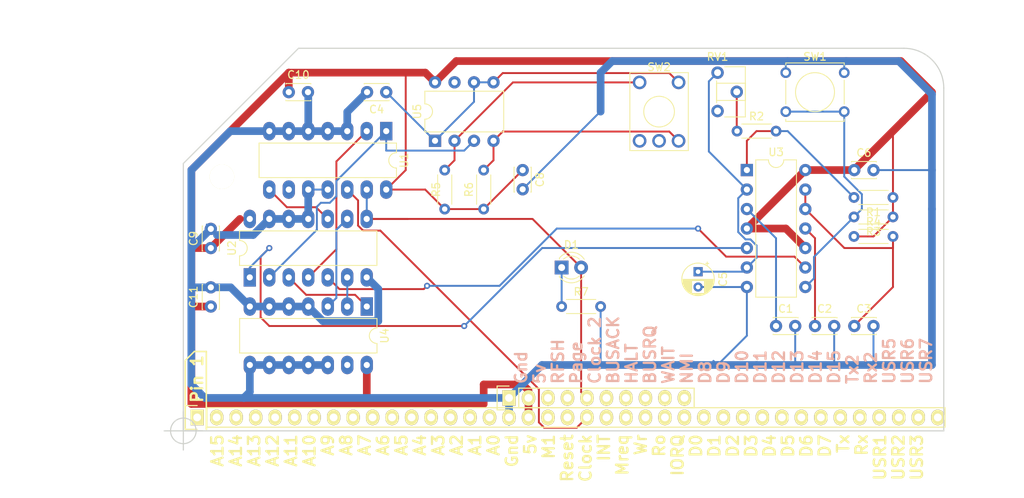
<source format=kicad_pcb>
(kicad_pcb (version 20211014) (generator pcbnew)
  (layers (0 "F.Cu" signal) (31 "B.Cu" signal) (34 "B.Paste" user) (35 "F.Paste" user) (36 "B.SilkS" user "B.Silkscreen") (37 "F.SilkS" user "F.Silkscreen") (38 "B.Mask" user) (39 "F.Mask" user) (44 "Edge.Cuts" user))
  (net 0 "")
  (net 1 "GND")
  (net 2 "VCC")
  (net 3 "/D0")
  (net 4 "/D1")
  (net 5 "/D2")
  (net 6 "/D3")
  (net 7 "/D4")
  (net 8 "/D5")
  (net 9 "/D6")
  (net 10 "/D7")
  (net 11 "Net-(Con1-Pad35)")
  (net 12 "Net-(Con1-Pad36)")
  (net 13 "Net-(Con1-Pad37)")
  (net 14 "Net-(Con1-Pad38)")
  (net 15 "Net-(Con1-Pad39)")
  (net 16 "/A15")
  (net 17 "/A14")
  (net 18 "/A13")
  (net 19 "/A12")
  (net 20 "/A11")
  (net 21 "/A10")
  (net 22 "/A9")
  (net 23 "/A8")
  (net 24 "/A7")
  (net 25 "/A6")
  (net 26 "/A5")
  (net 27 "/A4")
  (net 28 "/A3")
  (net 29 "/A2")
  (net 30 "/A1")
  (net 31 "/A0")
  (net 32 "M1")
  (net 33 "RESET")
  (net 34 "INT")
  (net 35 "MREQ")
  (net 36 "WR")
  (net 37 "RD")
  (net 38 "IOREQ")
  (net 39 "Net-(P2-Pad3)")
  (net 40 "Net-(P2-Pad4)")
  (net 41 "Net-(P2-Pad6)")
  (net 42 "Net-(P2-Pad7)")
  (net 43 "Net-(P2-Pad8)")
  (net 44 "Net-(P2-Pad9)")
  (net 45 "Net-(P2-Pad10)")
  (net 47 "Net-(R1-Pad2)")
  (net 48 "Net-(U2-Pad1)")
  (net 49 "Net-(U2-Pad5)")
  (net 50 "Net-(U2-Pad2)")
  (net 52 "Net-(R4-Pad2)")
  (net 53 "Net-(U5-Pad6)")
  (net 54 "Net-(U3-Pad6)")
  (net 55 "Net-(RV1-Pad2)")
  (net 56 "Net-(U2-Pad4)")
  (net 57 "Net-(U2-Pad10)")
  (net 58 "/HLT")
  (net 59 "/CLK")
  (net 60 "Net-(U2-Pad3)")
  (net 61 "Net-(U2-Pad6)")
  (net 62 "Net-(U2-Pad9)")
  (net 63 "Net-(U3-Pad3)")
  (net 64 "Net-(R3-Pad2)")
  (net 65 "Net-(U3-Pad11)")
  (net 67 "Net-(R5-Pad2)")
  (net 68 "Net-(R6-Pad2)")
  (net 69 "/Clock 2")
  (net 70 "Net-(D1-Pad1)")
  (footprint "Mounting_Holes:MountingHole_3.2mm_M3" (layer "F.Cu") (at 158.9278 120.2436)
    (fp_text reference "" hide)
    (fp_text value "" hide)
    (pad "" np_thru_hole circle locked (at 0 0) (size 3.2 3.2) (drill 3.2) (layers *.Cu *.Mask "F.SilkS"))
  )
  (footprint "Pin_Headers:Pin_Header_Straight_1x40" (layer "F.Cu") (at 155.702 151.6126 90)
    (fp_text reference "" hide)
    (fp_text value "" hide)
    (pad "1" thru_hole rect locked (at 0 0 90) (size 2.032 1.7272) (drill 1.016) (layers *.Cu *.Mask "F.SilkS") (net 16 "/A15"))
    (pad "2" thru_hole oval locked (at 0 2.54 90) (size 2.032 1.7272) (drill 1.016) (layers *.Cu *.Mask "F.SilkS") (net 17 "/A14"))
    (pad "3" thru_hole oval locked (at 0 5.08 90) (size 2.032 1.7272) (drill 1.016) (layers *.Cu *.Mask "F.SilkS") (net 18 "/A13"))
    (pad "4" thru_hole oval locked (at 0 7.62 90) (size 2.032 1.7272) (drill 1.016) (layers *.Cu *.Mask "F.SilkS") (net 19 "/A12"))
    (pad "5" thru_hole oval locked (at 0 10.16 90) (size 2.032 1.7272) (drill 1.016) (layers *.Cu *.Mask "F.SilkS") (net 20 "/A11"))
    (pad "6" thru_hole oval locked (at 0 12.7 90) (size 2.032 1.7272) (drill 1.016) (layers *.Cu *.Mask "F.SilkS") (net 21 "/A10"))
    (pad "7" thru_hole oval locked (at 0 15.24 90) (size 2.032 1.7272) (drill 1.016) (layers *.Cu *.Mask "F.SilkS") (net 22 "/A9"))
    (pad "8" thru_hole oval locked (at 0 17.78 90) (size 2.032 1.7272) (drill 1.016) (layers *.Cu *.Mask "F.SilkS") (net 23 "/A8"))
    (pad "9" thru_hole oval locked (at 0 20.32 90) (size 2.032 1.7272) (drill 1.016) (layers *.Cu *.Mask "F.SilkS") (net 24 "/A7"))
    (pad "10" thru_hole oval locked (at 0 22.86 90) (size 2.032 1.7272) (drill 1.016) (layers *.Cu *.Mask "F.SilkS") (net 25 "/A6"))
    (pad "11" thru_hole oval locked (at 0 25.4 90) (size 2.032 1.7272) (drill 1.016) (layers *.Cu *.Mask "F.SilkS") (net 26 "/A5"))
    (pad "12" thru_hole oval locked (at 0 27.94 90) (size 2.032 1.7272) (drill 1.016) (layers *.Cu *.Mask "F.SilkS") (net 27 "/A4"))
    (pad "13" thru_hole oval locked (at 0 30.48 90) (size 2.032 1.7272) (drill 1.016) (layers *.Cu *.Mask "F.SilkS") (net 28 "/A3"))
    (pad "14" thru_hole oval locked (at 0 33.02 90) (size 2.032 1.7272) (drill 1.016) (layers *.Cu *.Mask "F.SilkS") (net 29 "/A2"))
    (pad "15" thru_hole oval locked (at 0 35.56 90) (size 2.032 1.7272) (drill 1.016) (layers *.Cu *.Mask "F.SilkS") (net 30 "/A1"))
    (pad "16" thru_hole oval locked (at 0 38.1 90) (size 2.032 1.7272) (drill 1.016) (layers *.Cu *.Mask "F.SilkS") (net 31 "/A0"))
    (pad "17" thru_hole oval locked (at 0 40.64 90) (size 2.032 1.7272) (drill 1.016) (layers *.Cu *.Mask "F.SilkS") (net 1 "GND"))
    (pad "18" thru_hole oval locked (at 0 43.18 90) (size 2.032 1.7272) (drill 1.016) (layers *.Cu *.Mask "F.SilkS") (net 2 "VCC"))
    (pad "19" thru_hole oval locked (at 0 45.72 90) (size 2.032 1.7272) (drill 1.016) (layers *.Cu *.Mask "F.SilkS") (net 32 "M1"))
    (pad "20" thru_hole oval locked (at 0 48.26 90) (size 2.032 1.7272) (drill 1.016) (layers *.Cu *.Mask "F.SilkS") (net 33 "RESET"))
    (pad "21" thru_hole oval locked (at 0 50.8 90) (size 2.032 1.7272) (drill 1.016) (layers *.Cu *.Mask "F.SilkS") (net 59 "/CLK"))
    (pad "22" thru_hole oval locked (at 0 53.34 90) (size 2.032 1.7272) (drill 1.016) (layers *.Cu *.Mask "F.SilkS") (net 34 "INT"))
    (pad "23" thru_hole oval locked (at 0 55.88 90) (size 2.032 1.7272) (drill 1.016) (layers *.Cu *.Mask "F.SilkS") (net 35 "MREQ"))
    (pad "24" thru_hole oval locked (at 0 58.42 90) (size 2.032 1.7272) (drill 1.016) (layers *.Cu *.Mask "F.SilkS") (net 36 "WR"))
    (pad "25" thru_hole oval locked (at 0 60.96 90) (size 2.032 1.7272) (drill 1.016) (layers *.Cu *.Mask "F.SilkS") (net 37 "RD"))
    (pad "26" thru_hole oval locked (at 0 63.5 90) (size 2.032 1.7272) (drill 1.016) (layers *.Cu *.Mask "F.SilkS") (net 38 "IOREQ"))
    (pad "27" thru_hole oval locked (at 0 66.04 90) (size 2.032 1.7272) (drill 1.016) (layers *.Cu *.Mask "F.SilkS") (net 3 "/D0"))
    (pad "28" thru_hole oval locked (at 0 68.58 90) (size 2.032 1.7272) (drill 1.016) (layers *.Cu *.Mask "F.SilkS") (net 4 "/D1"))
    (pad "29" thru_hole oval locked (at 0 71.12 90) (size 2.032 1.7272) (drill 1.016) (layers *.Cu *.Mask "F.SilkS") (net 5 "/D2"))
    (pad "30" thru_hole oval locked (at 0 73.66 90) (size 2.032 1.7272) (drill 1.016) (layers *.Cu *.Mask "F.SilkS") (net 6 "/D3"))
    (pad "31" thru_hole oval locked (at 0 76.2 90) (size 2.032 1.7272) (drill 1.016) (layers *.Cu *.Mask "F.SilkS") (net 7 "/D4"))
    (pad "32" thru_hole oval locked (at 0 78.74 90) (size 2.032 1.7272) (drill 1.016) (layers *.Cu *.Mask "F.SilkS") (net 8 "/D5"))
    (pad "33" thru_hole oval locked (at 0 81.28 90) (size 2.032 1.7272) (drill 1.016) (layers *.Cu *.Mask "F.SilkS") (net 9 "/D6"))
    (pad "34" thru_hole oval locked (at 0 83.82 90) (size 2.032 1.7272) (drill 1.016) (layers *.Cu *.Mask "F.SilkS") (net 10 "/D7"))
    (pad "35" thru_hole oval locked (at 0 86.36 90) (size 2.032 1.7272) (drill 1.016) (layers *.Cu *.Mask "F.SilkS") (net 11 "Net-(Con1-Pad35)"))
    (pad "36" thru_hole oval locked (at 0 88.9 90) (size 2.032 1.7272) (drill 1.016) (layers *.Cu *.Mask "F.SilkS") (net 12 "Net-(Con1-Pad36)"))
    (pad "37" thru_hole oval locked (at 0 91.44 90) (size 2.032 1.7272) (drill 1.016) (layers *.Cu *.Mask "F.SilkS") (net 13 "Net-(Con1-Pad37)"))
    (pad "38" thru_hole oval locked (at 0 93.98 90) (size 2.032 1.7272) (drill 1.016) (layers *.Cu *.Mask "F.SilkS") (net 14 "Net-(Con1-Pad38)"))
    (pad "39" thru_hole oval locked (at 0 96.52 90) (size 2.032 1.7272) (drill 1.016) (layers *.Cu *.Mask "F.SilkS") (net 15 "Net-(Con1-Pad39)"))
  )
  (footprint "Pin_Headers:Pin_Header_Straight_1x10" (layer "F.Cu") (at 196.342 149.0726 90)
    (fp_text reference "" hide)
    (fp_text value "" hide)
    (pad "1" thru_hole rect locked (at 0 0 90) (size 2.032 1.7272) (drill 1.016) (layers *.Cu *.Mask "F.SilkS") (net 1 "GND"))
    (pad "2" thru_hole oval locked (at 0 2.54 90) (size 2.032 1.7272) (drill 1.016) (layers *.Cu *.Mask "F.SilkS") (net 2 "VCC"))
    (pad "3" thru_hole oval locked (at 0 5.08 90) (size 2.032 1.7272) (drill 1.016) (layers *.Cu *.Mask "F.SilkS") (net 39 "Net-(P2-Pad3)"))
    (pad "4" thru_hole oval locked (at 0 7.62 90) (size 2.032 1.7272) (drill 1.016) (layers *.Cu *.Mask "F.SilkS") (net 40 "Net-(P2-Pad4)"))
    (pad "5" thru_hole oval locked (at 0 10.16 90) (size 2.032 1.7272) (drill 1.016) (layers *.Cu *.Mask "F.SilkS") (net 69 "/Clock 2"))
    (pad "6" thru_hole oval locked (at 0 12.7 90) (size 2.032 1.7272) (drill 1.016) (layers *.Cu *.Mask "F.SilkS") (net 41 "Net-(P2-Pad6)"))
    (pad "7" thru_hole oval locked (at 0 15.24 90) (size 2.032 1.7272) (drill 1.016) (layers *.Cu *.Mask "F.SilkS") (net 42 "Net-(P2-Pad7)"))
    (pad "8" thru_hole oval locked (at 0 17.78 90) (size 2.032 1.7272) (drill 1.016) (layers *.Cu *.Mask "F.SilkS") (net 43 "Net-(P2-Pad8)"))
    (pad "9" thru_hole oval locked (at 0 20.32 90) (size 2.032 1.7272) (drill 1.016) (layers *.Cu *.Mask "F.SilkS") (net 44 "Net-(P2-Pad9)"))
    (pad "10" thru_hole oval locked (at 0 22.86 90) (size 2.032 1.7272) (drill 1.016) (layers *.Cu *.Mask "F.SilkS") (net 45 "Net-(P2-Pad10)"))
  )
  (footprint "Package_DIP:DIP-14_W7.62mm_LongPads" (layer "F.Cu") (at 162.555 133.365 90)
    (fp_text reference "U2" (at 3.81 -2.33 90) (layer "F.SilkS"))
    (fp_text value "74LS08")
    (pad "1" thru_hole rect (at 0 0 90) (size 2.4 1.6) (drill 0.8) (layers *.Cu *.Mask) (net 48 "Net-(U2-Pad1)"))
    (pad "2" thru_hole oval (at 0 2.54 90) (size 2.4 1.6) (drill 0.8) (layers *.Cu *.Mask) (net 50 "Net-(U2-Pad2)"))
    (pad "3" thru_hole oval (at 0 5.08 90) (size 2.4 1.6) (drill 0.8) (layers *.Cu *.Mask) (net 60 "Net-(U2-Pad3)"))
    (pad "4" thru_hole oval (at 0 7.62 90) (size 2.4 1.6) (drill 0.8) (layers *.Cu *.Mask) (net 56 "Net-(U2-Pad4)"))
    (pad "5" thru_hole oval (at 0 10.16 90) (size 2.4 1.6) (drill 0.8) (layers *.Cu *.Mask) (net 49 "Net-(U2-Pad5)"))
    (pad "6" thru_hole oval (at 0 12.7 90) (size 2.4 1.6) (drill 0.8) (layers *.Cu *.Mask) (net 61 "Net-(U2-Pad6)"))
    (pad "7" thru_hole oval (at 0 15.24 90) (size 2.4 1.6) (drill 0.8) (layers *.Cu *.Mask) (net 1 "GND"))
    (pad "8" thru_hole oval (at 7.62 15.24 90) (size 2.4 1.6) (drill 0.8) (layers *.Cu *.Mask) (net 69 "/Clock 2"))
    (pad "9" thru_hole oval (at 7.62 12.7 90) (size 2.4 1.6) (drill 0.8) (layers *.Cu *.Mask) (net 62 "Net-(U2-Pad9)"))
    (pad "10" thru_hole oval (at 7.62 10.16 90) (size 2.4 1.6) (drill 0.8) (layers *.Cu *.Mask) (net 57 "Net-(U2-Pad10)"))
    (pad "11" thru_hole oval (at 7.62 7.62 90) (size 2.4 1.6) (drill 0.8) (layers *.Cu *.Mask) (net 1 "GND"))
    (pad "12" thru_hole oval (at 7.62 5.08 90) (size 2.4 1.6) (drill 0.8) (layers *.Cu *.Mask) (net 1 "GND"))
    (pad "13" thru_hole oval (at 7.62 2.54 90) (size 2.4 1.6) (drill 0.8) (layers *.Cu *.Mask) (net 1 "GND"))
    (pad "14" thru_hole oval (at 7.62 0 90) (size 2.4 1.6) (drill 0.8) (layers *.Cu *.Mask) (net 2 "VCC"))
  )
  (footprint "Button_Switch_THT:KSA_Tactile_SPST" (layer "F.Cu") (at 213.36 107.95)
    (fp_text reference "SW2" (at 2.54 -2) (layer "F.SilkS"))
    (fp_text value "SW_SPDT")
    (pad "1" thru_hole circle (at 0 0) (size 1.778 1.778) (drill 1.143) (layers *.Cu *.Mask) (net 67 "Net-(R5-Pad2)"))
    (pad "2" thru_hole circle (at 5.08 0) (size 1.778 1.778) (drill 1.143) (layers *.Cu *.Mask) (net 53 "Net-(U5-Pad6)"))
    (pad "3" thru_hole circle (at 5.08 7.62) (size 1.778 1.778) (drill 1.143) (layers *.Cu *.Mask) (net 68 "Net-(R6-Pad2)"))
    (pad "4" thru_hole circle (at 2.54 7.62) (size 1.778 1.778) (drill 1.143) (layers *.Cu *.Mask))
    (pad "5" thru_hole circle (at 0 7.62) (size 1.778 1.778) (drill 1.143) (layers *.Cu *.Mask))
  )
  (footprint "Package_DIP:DIP-14_W7.62mm" (layer "F.Cu") (at 227.34 119.375)
    (fp_text reference "U3" (at 3.81 -2.33) (layer "F.SilkS"))
    (fp_text value "LM556")
    (pad "1" thru_hole rect (at 0 0) (size 1.6 1.6) (drill 0.8) (layers *.Cu *.Mask) (net 47 "Net-(R1-Pad2)"))
    (pad "2" thru_hole oval (at 0 2.54) (size 1.6 1.6) (drill 0.8) (layers *.Cu *.Mask) (net 54 "Net-(U3-Pad6)"))
    (pad "3" thru_hole oval (at 0 5.08) (size 1.6 1.6) (drill 0.8) (layers *.Cu *.Mask) (net 63 "Net-(U3-Pad3)"))
    (pad "4" thru_hole oval (at 0 7.62) (size 1.6 1.6) (drill 0.8) (layers *.Cu *.Mask) (net 2 "VCC"))
    (pad "5" thru_hole oval (at 0 10.16) (size 1.6 1.6) (drill 0.8) (layers *.Cu *.Mask) (net 48 "Net-(U2-Pad1)"))
    (pad "6" thru_hole oval (at 0 12.7) (size 1.6 1.6) (drill 0.8) (layers *.Cu *.Mask) (net 54 "Net-(U3-Pad6)"))
    (pad "7" thru_hole oval (at 0 15.24) (size 1.6 1.6) (drill 0.8) (layers *.Cu *.Mask) (net 1 "GND"))
    (pad "8" thru_hole oval (at 7.62 15.24) (size 1.6 1.6) (drill 0.8) (layers *.Cu *.Mask) (net 64 "Net-(R3-Pad2)"))
    (pad "9" thru_hole oval (at 7.62 12.7) (size 1.6 1.6) (drill 0.8) (layers *.Cu *.Mask) (net 49 "Net-(U2-Pad5)"))
    (pad "10" thru_hole oval (at 7.62 10.16) (size 1.6 1.6) (drill 0.8) (layers *.Cu *.Mask) (net 2 "VCC"))
    (pad "11" thru_hole oval (at 7.62 7.62) (size 1.6 1.6) (drill 0.8) (layers *.Cu *.Mask) (net 65 "Net-(U3-Pad11)"))
    (pad "12" thru_hole oval (at 7.62 5.08) (size 1.6 1.6) (drill 0.8) (layers *.Cu *.Mask) (net 52 "Net-(R4-Pad2)"))
    (pad "13" thru_hole oval (at 7.62 2.54) (size 1.6 1.6) (drill 0.8) (layers *.Cu *.Mask) (net 52 "Net-(R4-Pad2)"))
    (pad "14" thru_hole oval (at 7.62 0) (size 1.6 1.6) (drill 0.8) (layers *.Cu *.Mask) (net 2 "VCC"))
  )
  (footprint "Capacitor_THT:C_Disc_D3.0mm_W2.0mm_P2.50mm" (layer "F.Cu") (at 157.48 137.16 90)
    (fp_text reference "C11" (at 1.25 -2.25 90) (layer "F.SilkS"))
    (fp_text value ".1uF")
    (pad "1" thru_hole circle (at 0 0 90) (size 1.6 1.6) (drill 0.8) (layers *.Cu *.Mask) (net 2 "VCC"))
    (pad "2" thru_hole circle (at 2.5 0 90) (size 1.6 1.6) (drill 0.8) (layers *.Cu *.Mask) (net 1 "GND"))
  )
  (footprint "Package_DIP:DIP-8_W7.62mm" (layer "F.Cu") (at 186.7 115.56 90)
    (fp_text reference "U5" (at 3.81 -2.33 90) (layer "F.SilkS"))
    (fp_text value "LM555xN")
    (pad "1" thru_hole rect (at 0 0 90) (size 1.6 1.6) (drill 0.8) (layers *.Cu *.Mask) (net 53 "Net-(U5-Pad6)"))
    (pad "2" thru_hole oval (at 0 2.54 90) (size 1.6 1.6) (drill 0.8) (layers *.Cu *.Mask) (net 67 "Net-(R5-Pad2)"))
    (pad "3" thru_hole oval (at 0 5.08 90) (size 1.6 1.6) (drill 0.8) (layers *.Cu *.Mask) (net 50 "Net-(U2-Pad2)"))
    (pad "4" thru_hole oval (at 0 7.62 90) (size 1.6 1.6) (drill 0.8) (layers *.Cu *.Mask) (net 68 "Net-(R6-Pad2)"))
    (pad "5" thru_hole oval (at 7.62 7.62 90) (size 1.6 1.6) (drill 0.8) (layers *.Cu *.Mask) (net 53 "Net-(U5-Pad6)"))
    (pad "6" thru_hole oval (at 7.62 5.08 90) (size 1.6 1.6) (drill 0.8) (layers *.Cu *.Mask) (net 53 "Net-(U5-Pad6)"))
    (pad "7" thru_hole oval (at 7.62 2.54 90) (size 1.6 1.6) (drill 0.8) (layers *.Cu *.Mask))
    (pad "8" thru_hole oval (at 7.62 0 90) (size 1.6 1.6) (drill 0.8) (layers *.Cu *.Mask) (net 2 "VCC"))
  )
  (footprint "Capacitor_THT:C_Disc_D3.0mm_W2.0mm_P2.50mm" (layer "F.Cu") (at 157.48 129.54 90)
    (fp_text reference "C9" (at 1.25 -2.25 90) (layer "F.SilkS"))
    (fp_text value ".1uF")
    (pad "1" thru_hole circle (at 0 0 90) (size 1.6 1.6) (drill 0.8) (layers *.Cu *.Mask) (net 2 "VCC"))
    (pad "2" thru_hole circle (at 2.5 0 90) (size 1.6 1.6) (drill 0.8) (layers *.Cu *.Mask) (net 1 "GND"))
  )
  (footprint "Capacitor_THT:C_Disc_D3.0mm_W2.0mm_P2.50mm" (layer "F.Cu") (at 231.14 139.7)
    (fp_text reference "C1" (at 1.25 -2.25) (layer "F.SilkS"))
    (fp_text value "0.01uf")
    (pad "1" thru_hole circle (at 0 0) (size 1.6 1.6) (drill 0.8) (layers *.Cu *.Mask) (net 63 "Net-(U3-Pad3)"))
    (pad "2" thru_hole circle (at 2.5 0) (size 1.6 1.6) (drill 0.8) (layers *.Cu *.Mask) (net 1 "GND"))
  )
  (footprint "Capacitor_THT:C_Disc_D3.0mm_W2.0mm_P2.50mm" (layer "F.Cu") (at 241.34 119.38)
    (fp_text reference "C6" (at 1.25 -2.25) (layer "F.SilkS"))
    (fp_text value ".1uF")
    (pad "1" thru_hole circle (at 0 0) (size 1.6 1.6) (drill 0.8) (layers *.Cu *.Mask) (net 2 "VCC"))
    (pad "2" thru_hole circle (at 2.5 0) (size 1.6 1.6) (drill 0.8) (layers *.Cu *.Mask) (net 1 "GND"))
  )
  (footprint "Capacitor_THT:C_Disc_D3.0mm_W2.0mm_P2.50mm" (layer "F.Cu") (at 236.22 139.7)
    (fp_text reference "C2" (at 1.25 -2.25) (layer "F.SilkS"))
    (fp_text value "0,01uF")
    (pad "1" thru_hole circle (at 0 0) (size 1.6 1.6) (drill 0.8) (layers *.Cu *.Mask) (net 65 "Net-(U3-Pad11)"))
    (pad "2" thru_hole circle (at 2.5 0) (size 1.6 1.6) (drill 0.8) (layers *.Cu *.Mask) (net 1 "GND"))
  )
  (footprint "Capacitor_THT:CP_Radial_D4.0mm_P2.00mm" (layer "F.Cu") (at 220.98 132.62 -90)
    (fp_text reference "C5" (at 1 -3.25 90) (layer "F.SilkS"))
    (fp_text value "1uf")
    (pad "1" thru_hole rect (at 0 0 270) (size 1.2 1.2) (drill 0.6) (layers *.Cu *.Mask) (net 54 "Net-(U3-Pad6)"))
    (pad "2" thru_hole circle (at 2 0 270) (size 1.2 1.2) (drill 0.6) (layers *.Cu *.Mask) (net 1 "GND"))
  )
  (footprint "Resistor_THT:R_Axial_DIN0204_L3.6mm_D1.6mm_P5.08mm_Horizontal" (layer "F.Cu") (at 187.96 124.46 90)
    (fp_text reference "R5" (at 2.54 -1.12 90) (layer "F.SilkS"))
    (fp_text value "1K")
    (pad "1" thru_hole circle (at 0 0 90) (size 1.4 1.4) (drill 0.7) (layers *.Cu *.Mask) (net 2 "VCC"))
    (pad "2" thru_hole oval (at 5.08 0 90) (size 1.4 1.4) (drill 0.7) (layers *.Cu *.Mask) (net 67 "Net-(R5-Pad2)"))
  )
  (footprint "Potentiometer_THT:Potentiometer_ACP_CA6-H2,5_Horizontal" (layer "F.Cu") (at 223.52 106.68)
    (fp_text reference "RV1" (at 0 -2.06) (layer "F.SilkS"))
    (fp_text value "1M")
    (pad "1" thru_hole circle (at 0 0) (size 1.62 1.62) (drill 0.9) (layers *.Cu *.Mask) (net 54 "Net-(U3-Pad6)"))
    (pad "2" thru_hole circle (at 2.5 2.5) (size 1.62 1.62) (drill 0.9) (layers *.Cu *.Mask) (net 55 "Net-(RV1-Pad2)"))
    (pad "3" thru_hole circle (at 0 5) (size 1.62 1.62) (drill 0.9) (layers *.Cu *.Mask))
  )
  (footprint "Capacitor_THT:C_Disc_D3.0mm_W2.0mm_P2.50mm" (layer "F.Cu") (at 198.12 119.38 -90)
    (fp_text reference "C8" (at 1.25 -2.25 90) (layer "F.SilkS"))
    (fp_text value ".1uF")
    (pad "1" thru_hole circle (at 0 0 270) (size 1.6 1.6) (drill 0.8) (layers *.Cu *.Mask) (net 2 "VCC"))
    (pad "2" thru_hole circle (at 2.5 0 270) (size 1.6 1.6) (drill 0.8) (layers *.Cu *.Mask) (net 1 "GND"))
  )
  (footprint "Resistor_THT:R_Axial_DIN0204_L3.6mm_D1.6mm_P5.08mm_Horizontal" (layer "F.Cu") (at 226.06 114.3)
    (fp_text reference "R2" (at 2.54 -1.92) (layer "F.SilkS"))
    (fp_text value "1K")
    (pad "1" thru_hole circle (at 0 0) (size 1.4 1.4) (drill 0.7) (layers *.Cu *.Mask) (net 55 "Net-(RV1-Pad2)"))
    (pad "2" thru_hole oval (at 5.08 0) (size 1.4 1.4) (drill 0.7) (layers *.Cu *.Mask) (net 47 "Net-(R1-Pad2)"))
  )
  (footprint "Package_DIP:DIP-14_W7.62mm_LongPads" (layer "F.Cu") (at 180.34 114.3 -90)
    (fp_text reference "U1" (at 3.81 -2.33 90) (layer "F.SilkS"))
    (fp_text value "74LS04")
    (pad "1" thru_hole rect (at 0 0 270) (size 2.4 1.6) (drill 0.8) (layers *.Cu *.Mask) (net 50 "Net-(U2-Pad2)"))
    (pad "2" thru_hole oval (at 0 2.54 270) (size 2.4 1.6) (drill 0.8) (layers *.Cu *.Mask) (net 56 "Net-(U2-Pad4)"))
    (pad "3" thru_hole oval (at 0 5.08 270) (size 2.4 1.6) (drill 0.8) (layers *.Cu *.Mask) (net 1 "GND"))
    (pad "4" thru_hole oval (at 0 7.62 270) (size 2.4 1.6) (drill 0.8) (layers *.Cu *.Mask) (net 1 "GND"))
    (pad "5" thru_hole oval (at 0 10.16 270) (size 2.4 1.6) (drill 0.8) (layers *.Cu *.Mask) (net 1 "GND"))
    (pad "6" thru_hole oval (at 0 12.7 270) (size 2.4 1.6) (drill 0.8) (layers *.Cu *.Mask) (net 1 "GND"))
    (pad "7" thru_hole oval (at 0 15.24 270) (size 2.4 1.6) (drill 0.8) (layers *.Cu *.Mask) (net 1 "GND"))
    (pad "8" thru_hole oval (at 7.62 15.24 270) (size 2.4 1.6) (drill 0.8) (layers *.Cu *.Mask) (net 57 "Net-(U2-Pad10)"))
    (pad "9" thru_hole oval (at 7.62 12.7 270) (size 2.4 1.6) (drill 0.8) (layers *.Cu *.Mask) (net 58 "/HLT"))
    (pad "10" thru_hole oval (at 7.62 10.16 270) (size 2.4 1.6) (drill 0.8) (layers *.Cu *.Mask) (net 1 "GND"))
    (pad "11" thru_hole oval (at 7.62 7.62 270) (size 2.4 1.6) (drill 0.8) (layers *.Cu *.Mask) (net 1 "GND"))
    (pad "12" thru_hole oval (at 7.62 5.08 270) (size 2.4 1.6) (drill 0.8) (layers *.Cu *.Mask) (net 59 "/CLK"))
    (pad "13" thru_hole oval (at 7.62 2.54 270) (size 2.4 1.6) (drill 0.8) (layers *.Cu *.Mask) (net 69 "/Clock 2"))
    (pad "14" thru_hole oval (at 7.62 0 270) (size 2.4 1.6) (drill 0.8) (layers *.Cu *.Mask) (net 2 "VCC"))
  )
  (footprint "Resistor_THT:R_Axial_DIN0204_L3.6mm_D1.6mm_P5.08mm_Horizontal" (layer "F.Cu") (at 246.38 125.484511 180)
    (fp_text reference "R3" (at 2.54 -1.92) (layer "F.SilkS"))
    (fp_text value "1k")
    (pad "1" thru_hole circle (at 0 0 180) (size 1.4 1.4) (drill 0.7) (layers *.Cu *.Mask) (net 2 "VCC"))
    (pad "2" thru_hole oval (at 5.08 0 180) (size 1.4 1.4) (drill 0.7) (layers *.Cu *.Mask) (net 64 "Net-(R3-Pad2)"))
  )
  (footprint "Resistor_THT:R_Axial_DIN0204_L3.6mm_D1.6mm_P5.08mm_Horizontal" (layer "F.Cu") (at 241.3 128.024511)
    (fp_text reference "R4" (at 2.54 -1.92) (layer "F.SilkS"))
    (fp_text value "1M")
    (pad "1" thru_hole circle (at 0 0) (size 1.4 1.4) (drill 0.7) (layers *.Cu *.Mask) (net 2 "VCC"))
    (pad "2" thru_hole oval (at 5.08 0) (size 1.4 1.4) (drill 0.7) (layers *.Cu *.Mask) (net 52 "Net-(R4-Pad2)"))
  )
  (footprint "Package_DIP:DIP-14_W7.62mm_LongPads" (layer "F.Cu") (at 177.805 137.16 -90)
    (fp_text reference "U4" (at 3.81 -2.33 90) (layer "F.SilkS"))
    (fp_text value "74LS32")
    (pad "1" thru_hole rect (at 0 0 270) (size 2.4 1.6) (drill 0.8) (layers *.Cu *.Mask) (net 60 "Net-(U2-Pad3)"))
    (pad "2" thru_hole oval (at 0 2.54 270) (size 2.4 1.6) (drill 0.8) (layers *.Cu *.Mask) (net 61 "Net-(U2-Pad6)"))
    (pad "3" thru_hole oval (at 0 5.08 270) (size 2.4 1.6) (drill 0.8) (layers *.Cu *.Mask) (net 62 "Net-(U2-Pad9)"))
    (pad "4" thru_hole oval (at 0 7.62 270) (size 2.4 1.6) (drill 0.8) (layers *.Cu *.Mask) (net 1 "GND"))
    (pad "5" thru_hole oval (at 0 10.16 270) (size 2.4 1.6) (drill 0.8) (layers *.Cu *.Mask) (net 1 "GND"))
    (pad "6" thru_hole oval (at 0 12.7 270) (size 2.4 1.6) (drill 0.8) (layers *.Cu *.Mask) (net 1 "GND"))
    (pad "7" thru_hole oval (at 0 15.24 270) (size 2.4 1.6) (drill 0.8) (layers *.Cu *.Mask) (net 1 "GND"))
    (pad "8" thru_hole oval (at 7.62 15.24 270) (size 2.4 1.6) (drill 0.8) (layers *.Cu *.Mask) (net 1 "GND"))
    (pad "9" thru_hole oval (at 7.62 12.7 270) (size 2.4 1.6) (drill 0.8) (layers *.Cu *.Mask) (net 1 "GND"))
    (pad "10" thru_hole oval (at 7.62 10.16 270) (size 2.4 1.6) (drill 0.8) (layers *.Cu *.Mask) (net 1 "GND"))
    (pad "11" thru_hole oval (at 7.62 7.62 270) (size 2.4 1.6) (drill 0.8) (layers *.Cu *.Mask) (net 1 "GND"))
    (pad "12" thru_hole oval (at 7.62 5.08 270) (size 2.4 1.6) (drill 0.8) (layers *.Cu *.Mask) (net 1 "GND"))
    (pad "13" thru_hole oval (at 7.62 2.54 270) (size 2.4 1.6) (drill 0.8) (layers *.Cu *.Mask))
    (pad "14" thru_hole oval (at 7.62 0 270) (size 2.4 1.6) (drill 0.8) (layers *.Cu *.Mask) (net 2 "VCC"))
  )
  (footprint "Resistor_THT:R_Axial_DIN0204_L3.6mm_D1.6mm_P5.08mm_Horizontal" (layer "F.Cu") (at 246.38 122.944511 180)
    (fp_text reference "R1" (at 2.54 -1.92) (layer "F.SilkS"))
    (fp_text value "1K")
    (pad "1" thru_hole circle (at 0 0 180) (size 1.4 1.4) (drill 0.7) (layers *.Cu *.Mask) (net 2 "VCC"))
    (pad "2" thru_hole oval (at 5.08 0 180) (size 1.4 1.4) (drill 0.7) (layers *.Cu *.Mask) (net 47 "Net-(R1-Pad2)"))
  )
  (footprint "Capacitor_THT:C_Disc_D3.0mm_W2.0mm_P2.50mm" (layer "F.Cu") (at 167.64 109.22)
    (fp_text reference "C10" (at 1.25 -2.25) (layer "F.SilkS"))
    (fp_text value ".1uF")
    (pad "1" thru_hole circle (at 0 0) (size 1.6 1.6) (drill 0.8) (layers *.Cu *.Mask) (net 2 "VCC"))
    (pad "2" thru_hole circle (at 2.5 0) (size 1.6 1.6) (drill 0.8) (layers *.Cu *.Mask) (net 1 "GND"))
  )
  (footprint "Resistor_THT:R_Axial_DIN0204_L3.6mm_D1.6mm_P5.08mm_Horizontal" (layer "F.Cu") (at 203.2 137.16)
    (fp_text reference "R7" (at 2.54 -1.92) (layer "F.SilkS"))
    (fp_text value "1K")
    (pad "1" thru_hole circle (at 0 0) (size 1.4 1.4) (drill 0.7) (layers *.Cu *.Mask) (net 70 "Net-(D1-Pad1)"))
    (pad "2" thru_hole oval (at 5.08 0) (size 1.4 1.4) (drill 0.7) (layers *.Cu *.Mask) (net 1 "GND"))
  )
  (footprint "Capacitor_THT:C_Disc_D3.0mm_W2.0mm_P2.50mm" (layer "F.Cu") (at 180.34 109.22 180)
    (fp_text reference "C4" (at 1.25 -2.25) (layer "F.SilkS"))
    (fp_text value "0.01uF")
    (pad "1" thru_hole circle (at 0 0 180) (size 1.6 1.6) (drill 0.8) (layers *.Cu *.Mask) (net 53 "Net-(U5-Pad6)"))
    (pad "2" thru_hole circle (at 2.5 0 180) (size 1.6 1.6) (drill 0.8) (layers *.Cu *.Mask) (net 1 "GND"))
  )
  (footprint "LED_THT:LED_D3.0mm" (layer "F.Cu") (at 203.2 132.08)
    (fp_text reference "D1" (at 1.27 -2.96) (layer "F.SilkS"))
    (fp_text value "LED Blue")
    (pad "1" thru_hole rect (at 0 0) (size 1.8 1.8) (drill 0.9) (layers *.Cu *.Mask) (net 70 "Net-(D1-Pad1)"))
    (pad "2" thru_hole circle (at 2.54 0) (size 1.8 1.8) (drill 0.9) (layers *.Cu *.Mask) (net 69 "/Clock 2"))
  )
  (footprint "Capacitor_THT:C_Disc_D3.0mm_W2.0mm_P2.50mm" (layer "F.Cu") (at 241.34 139.7)
    (fp_text reference "C3" (at 1.25 -2.25) (layer "F.SilkS"))
    (fp_text value "0.1uF")
    (pad "1" thru_hole circle (at 0 0) (size 1.6 1.6) (drill 0.8) (layers *.Cu *.Mask) (net 52 "Net-(R4-Pad2)"))
    (pad "2" thru_hole circle (at 2.5 0) (size 1.6 1.6) (drill 0.8) (layers *.Cu *.Mask) (net 1 "GND"))
  )
  (footprint "Button_Switch_THT:SW_Tactile_Straight_KSA0Axx1LFTR" (layer "F.Cu") (at 232.41 106.68)
    (fp_text reference "SW1" (at 3.81 -2.08) (layer "F.SilkS"))
    (fp_text value "SW_Push")
    (pad "1" thru_hole circle (at 7.62 0) (size 1.397 1.397) (drill 0.8128) (layers *.Cu *.Mask) (net 1 "GND"))
    (pad "1" thru_hole circle (at 0 0) (size 1.397 1.397) (drill 0.8128) (layers *.Cu *.Mask) (net 1 "GND"))
    (pad "2" thru_hole circle (at 7.62 5.08) (size 1.397 1.397) (drill 0.8128) (layers *.Cu *.Mask) (net 64 "Net-(R3-Pad2)"))
    (pad "2" thru_hole circle (at 0 5.08) (size 1.397 1.397) (drill 0.8128) (layers *.Cu *.Mask) (net 64 "Net-(R3-Pad2)"))
  )
  (footprint "Resistor_THT:R_Axial_DIN0204_L3.6mm_D1.6mm_P5.08mm_Horizontal" (layer "F.Cu") (at 193.04 124.46 90)
    (fp_text reference "R6" (at 2.54 -1.92 90) (layer "F.SilkS"))
    (fp_text value "1K")
    (pad "1" thru_hole circle (at 0 0 90) (size 1.4 1.4) (drill 0.7) (layers *.Cu *.Mask) (net 2 "VCC"))
    (pad "2" thru_hole oval (at 5.08 0 90) (size 1.4 1.4) (drill 0.7) (layers *.Cu *.Mask) (net 68 "Net-(R6-Pad2)"))
  )
  (gr_line (start 156.8958 143.01978) (end 156.8958 153.13152) (layer "F.SilkS") (width 0.2))
  (gr_line (start 154.14498 144.20088) (end 155.32608 143.01978) (layer "F.SilkS") (width 0.2))
  (gr_line (start 154.14498 153.13152) (end 154.14498 144.20088) (layer "F.SilkS") (width 0.2))
  (gr_line (start 156.8958 153.13152) (end 156.93136 153.13152) (layer "F.SilkS") (width 0.2))
  (gr_line (start 155.32608 143.01978) (end 156.8958 143.01978) (layer "F.SilkS") (width 0.2))
  (gr_arc (start 247.8184 103.505) (mid 251.481213 105.022187) (end 252.9984 108.685) (layer "Edge.Cuts") (width 0.15))
  (gr_line (start 153.8986 153.3652) (end 253 153.3652) (layer "Edge.Cuts") (width 0.15))
  (gr_line (start 153.8986 118.5164) (end 153.8986 153.3652) (layer "Edge.Cuts") (width 0.15))
  (gr_line (start 247.8184 103.505) (end 168.91 103.505) (layer "Edge.Cuts") (width 0.15))
  (gr_line (start 253 108.685) (end 253 153.3652) (layer "Edge.Cuts") (width 0.15))
  (gr_line (start 168.91 103.505) (end 153.8986 118.5164) (layer "Edge.Cuts") (width 0.15))
  (gr_text "Gnd\n5v\nRFSH\nPage\nClock 2\nBUSACK\nHALT\nBUSRQ\nWAIT\nNMI\nD8\nD9\nD10\nD11\nD12\nD13\nD14\nD15\nTx2\nRx2\nUSR5\nUSR6\nUSR7" (at 224.30232 147.41144 90) (layer "B.SilkS") (effects (font (size 1.49 1.5) (thickness 0.3)) (justify left)))
  (gr_text "Pin 1" (at 155.68168 146.60118 90) (layer "F.SilkS") (effects (font (size 1.5 1.5) (thickness 0.3))))
  (gr_text "A15\nA14\nA13\nA12\nA11\nA10\nA9\nA8\nA7\nA6\nA5\nA4\nA3\nA2\nA1\nA0\nGnd\n5v\nM1\nReset\nClock\nINT\nMreq\nWr\nRo\nIORQ\nD0\nD1\nD2\nD3\nD4\nD5\nD6\nD7\nTx\nRx\nUSR1\nUSR2\nUSR3" (at 203.9112 153.6573 90) (layer "F.SilkS") (effects (font (size 1.49 1.5) (thickness 0.3)) (justify right)))
  (target plus (at 153.8986 153.3652) (size 5) (width 0.15) (layer "Edge.Cuts"))
  (segment (start 221.705 134.62) (end 220.98 134.62) (width 0.25) (layer "F.Cu") (net 1))
  (segment (start 251.46 124.46) (end 251.46 119.38) (width 1) (layer "B.Cu") (net 1))
  (segment (start 170.18 114.3) (end 170.18 109.26) (width 1) (layer "B.Cu") (net 1))
  (segment (start 157.48 134.66) (end 154.98 134.66) (width 1) (layer "B.Cu") (net 1))
  (segment (start 196.342 151.6126) (end 196.342 152.5738) (width 0.25) (layer "B.Cu") (net 1))
  (segment (start 228.6 144.78) (end 233.68 144.78) (width 1) (layer "B.Cu") (net 1))
  (segment (start 240.03 106.68) (end 240.03 105.41) (width 0.25) (layer "B.Cu") (net 1))
  (segment (start 233.68 144.78) (end 243.84 144.78) (width 1) (layer "B.Cu") (net 1))
  (segment (start 165.095 125.745) (end 170.175 125.745) (width 1) (layer "B.Cu") (net 1))
  (segment (start 165.1 114.3) (end 162.079005 114.3) (width 0.25) (layer "B.Cu") (net 1))
  (segment (start 179.304511 134.874511) (end 177.795 133.365) (width 1) (layer "B.Cu") (net 1))
  (segment (start 165.1 114.3) (end 175.26 114.3) (width 1) (layer "B.Cu") (net 1))
  (segment (start 156.6926 149.0726) (end 154.94 147.32) (width 1) (layer "B.Cu") (net 1))
  (segment (start 220.98 134.62) (end 227.335 134.62) (width 0.25) (layer "B.Cu") (net 1))
  (segment (start 154.98 134.66) (end 154.94 134.62) (width 0.25) (layer "B.Cu") (net 1))
  (segment (start 232.41 105.41) (end 232.649511 105.170489) (width 0.25) (layer "B.Cu") (net 1))
  (segment (start 154.94 129.58) (end 157.48 127.04) (width 1) (layer "B.Cu") (net 1))
  (segment (start 208.28 144.78) (end 223.52 144.78) (width 1) (layer "B.Cu") (net 1))
  (segment (start 208.28 137.16) (end 208.28 144.78) (width 0.25) (layer "B.Cu") (net 1))
  (segment (start 179.304511 139.059511) (end 179.304511 134.874511) (width 1) (layer "B.Cu") (net 1))
  (segment (start 170.175 121.925) (end 170.18 121.92) (width 0.25) (layer "B.Cu") (net 1))
  (segment (start 170.185 137.16) (end 172.084511 139.059511) (width 1) (layer "B.Cu") (net 1))
  (segment (start 160.065 134.66) (end 162.565 137.16) (width 1) (layer "B.Cu") (net 1))
  (segment (start 243.84 144.78) (end 251.46 144.78) (width 1) (layer "B.Cu") (net 1))
  (segment (start 162.565 144.78) (end 162.565 148.2802) (width 1) (layer "B.Cu") (net 1))
  (segment (start 243.84 139.7) (end 243.84 144.78) (width 0.25) (layer "B.Cu") (net 1))
  (segment (start 154.94 129.58) (end 154.94 119.38) (width 1) (layer "B.Cu") (net 1))
  (segment (start 198.12 121.88) (end 208.24 111.76) (width 0.25) (layer "B.Cu") (net 1))
  (segment (start 251.46 119.38) (end 251.46 109.497949) (width 1) (layer "B.Cu") (net 1))
  (segment (start 162.565 148.2802) (end 161.7726 149.0726) (width 1) (layer "B.Cu") (net 1))
  (segment (start 222.98 144.24) (end 223.52 144.78) (width 0.25) (layer "B.Cu") (net 1))
  (segment (start 172.084511 139.059511) (end 179.304511 139.059511) (width 1) (layer "B.Cu") (net 1))
  (segment (start 247.13254 105.170489) (end 240.269511 105.170489) (width 1) (layer "B.Cu") (net 1))
  (segment (start 227.335 134.62) (end 227.34 134.615) (width 0.25) (layer "B.Cu") (net 1))
  (segment (start 157.48 127.04) (end 158.279999 127.839999) (width 0.25) (layer "B.Cu") (net 1))
  (segment (start 209.789511 105.170489) (end 232.649511 105.170489) (width 1) (layer "B.Cu") (net 1))
  (segment (start 251.46 109.497949) (end 247.13254 105.170489) (width 1) (layer "B.Cu") (net 1))
  (segment (start 200.6346 144.78) (end 208.28 144.78) (width 1) (layer "B.Cu") (net 1))
  (segment (start 223.52 144.78) (end 228.6 144.78) (width 1) (layer "B.Cu") (net 1))
  (segment (start 233.64 144.74) (end 233.68 144.78) (width 0.25) (layer "B.Cu") (net 1))
  (segment (start 162.565 137.16) (end 170.185 137.16) (width 1) (layer "B.Cu") (net 1))
  (segment (start 154.94 119.38) (end 160.02 114.3) (width 1) (layer "B.Cu") (net 1))
  (segment (start 238.72 144.74) (end 238.76 144.78) (width 0.25) (layer "B.Cu") (net 1))
  (segment (start 196.342 149.0726) (end 200.6346 144.78) (width 1) (layer "B.Cu") (net 1))
  (segment (start 196.342 149.0726) (end 161.7726 149.0726) (width 1) (layer "B.Cu") (net 1))
  (segment (start 240.269511 105.170489) (end 232.649511 105.170489) (width 1) (layer "B.Cu") (net 1))
  (segment (start 160.02 114.3) (end 165.1 114.3) (width 1) (layer "B.Cu") (net 1))
  (segment (start 154.94 147.32) (end 154.94 129.58) (width 1) (layer "B.Cu") (net 1))
  (segment (start 196.342 149.0726) (end 196.342 151.6126) (width 1) (layer "B.Cu") (net 1))
  (segment (start 208.28 111.76) (end 208.28 106.68) (width 1) (layer "B.Cu") (net 1))
  (segment (start 162.565 144.78) (end 172.725 144.78) (width 1) (layer "B.Cu") (net 1))
  (segment (start 170.18 109.26) (end 170.14 109.22) (width 0.25) (layer "B.Cu") (net 1))
  (segment (start 158.279999 127.839999) (end 163.000001 127.839999) (width 1) (layer "B.Cu") (net 1))
  (segment (start 238.72 139.7) (end 238.72 144.74) (width 0.25) (layer "B.Cu") (net 1))
  (segment (start 233.64 139.7) (end 233.64 144.74) (width 0.25) (layer "B.Cu") (net 1))
  (segment (start 223.52 144.78) (end 227.34 140.96) (width 0.25) (layer "B.Cu") (net 1))
  (segment (start 243.84 119.38) (end 251.46 119.38) (width 0.25) (layer "B.Cu") (net 1))
  (segment (start 157.48 134.66) (end 160.065 134.66) (width 1) (layer "B.Cu") (net 1))
  (segment (start 170.175 125.745) (end 170.175 121.925) (width 1) (layer "B.Cu") (net 1))
  (segment (start 240.03 105.41) (end 240.269511 105.170489) (width 0.25) (layer "B.Cu") (net 1))
  (segment (start 175.26 114.3) (end 175.26 111.8) (width 1) (layer "B.Cu") (net 1))
  (segment (start 170.175 114.295) (end 170.18 114.3) (width 0.25) (layer "B.Cu") (net 1))
  (segment (start 156.953279 126.473279) (end 157.48 127) (width 0.25) (layer "B.Cu") (net 1))
  (segment (start 161.7726 149.0726) (end 156.6926 149.0726) (width 1) (layer "B.Cu") (net 1))
  (segment (start 170.18 121.92) (end 172.72 121.92) (width 0.25) (layer "B.Cu") (net 1))
  (segment (start 232.41 106.68) (end 232.41 105.41) (width 0.25) (layer "B.Cu") (net 1))
  (segment (start 163.000001 127.839999) (end 165.095 125.745) (width 1) (layer "B.Cu") (net 1))
  (segment (start 208.28 106.68) (end 209.789511 105.170489) (width 1) (layer "B.Cu") (net 1))
  (segment (start 175.26 111.8) (end 177.84 109.22) (width 1) (layer "B.Cu") (net 1))
  (segment (start 227.34 140.96) (end 227.34 134.615) (width 0.25) (layer "B.Cu") (net 1))
  (segment (start 238.76 144.78) (end 238.72 144.78) (width 0.25) (layer "B.Cu") (net 1))
  (segment (start 208.24 111.76) (end 208.28 111.76) (width 0.25) (layer "B.Cu") (net 1))
  (segment (start 228.56 144.74) (end 228.6 144.78) (width 0.25) (layer "B.Cu") (net 1))
  (segment (start 251.46 144.78) (end 251.46 124.46) (width 1) (layer "B.Cu") (net 1))
  (segment (start 167.64 106.68) (end 167.64 109.22) (width 1) (layer "F.Cu") (net 2))
  (segment (start 198.882 149.0726) (end 198.882 151.6126) (width 1) (layer "F.Cu") (net 2))
  (segment (start 241.295 119.375) (end 234.96 119.375) (width 1) (layer "F.Cu") (net 2))
  (segment (start 227.34 126.995) (end 232.42 126.995) (width 1) (layer "F.Cu") (net 2))
  (segment (start 182.88 119.38) (end 182.88 106.68) (width 0.25) (layer "F.Cu") (net 2))
  (segment (start 198.12 147.32) (end 193.04 147.32) (width 1) (layer "F.Cu") (net 2))
  (segment (start 180.34 121.92) (end 185.42 121.92) (width 0.25) (layer "F.Cu") (net 2))
  (segment (start 185.42 121.92) (end 187.96 124.46) (width 0.25) (layer "F.Cu") (net 2))
  (segment (start 232.42 126.995) (end 234.96 129.535) (width 1) (layer "F.Cu") (net 2))
  (segment (start 157.48 137.16) (end 154.94 137.16) (width 1) (layer "F.Cu") (net 2))
  (segment (start 167.64 106.68) (end 185.44 106.68) (width 1) (layer "F.Cu") (net 2))
  (segment (start 186.7 107.94) (end 189.469511 105.170489) (width 1) (layer "F.Cu") (net 2))
  (segment (start 185.44 106.68) (end 186.7 107.94) (width 1) (layer "F.Cu") (net 2))
  (segment (start 234.96 119.375) (end 227.34 126.995) (width 1) (layer "F.Cu") (net 2))
  (segment (start 246.38 114.3) (end 247.65 113.03) (width 0.25) (layer "F.Cu") (net 2))
  (segment (start 251.46 109.22) (end 247.65 113.03) (width 1) (layer "F.Cu") (net 2))
  (segment (start 154.94 129.54) (end 154.94 119.38) (width 1) (layer "F.Cu") (net 2))
  (segment (start 154.94 119.38) (end 167.64 106.68) (width 1) (layer "F.Cu") (net 2))
  (segment (start 154.94 149.86) (end 154.94 129.54) (width 1) (layer "F.Cu") (net 2))
  (segment (start 243.84 128.024511) (end 246.38 125.484511) (width 0.25) (layer "F.Cu") (net 2))
  (segment (start 177.805 149.855) (end 177.8 149.86) (width 0.25) (layer "F.Cu") (net 2))
  (segment (start 180.34 121.92) (end 182.88 119.38) (width 0.25) (layer "F.Cu") (net 2))
  (segment (start 241.3 128.024511) (end 243.84 128.024511) (width 0.25) (layer "F.Cu") (net 2))
  (segment (start 162.555 125.745) (end 161.275 125.745) (width 0.25) (layer "F.Cu") (net 2))
  (segment (start 241.3 119.38) (end 241.295 119.375) (width 1) (layer "F.Cu") (net 2))
  (segment (start 198.12 119.38) (end 193.04 124.46) (width 0.25) (layer "F.Cu") (net 2))
  (segment (start 193.04 147.32) (end 193.04 149.86) (width 1) (layer "F.Cu") (net 2))
  (segment (start 246.38 125.484511) (end 246.38 122.944511) (width 0.25) (layer "F.Cu") (net 2))
  (segment (start 177.805 144.78) (end 177.805 149.855) (width 1) (layer "F.Cu") (net 2))
  (segment (start 247.410489 105.170489) (end 251.46 109.22) (width 1) (layer "F.Cu") (net 2))
  (segment (start 189.469511 105.170489) (end 247.410489 105.170489) (width 1) (layer "F.Cu") (net 2))
  (segment (start 193.04 149.86) (end 154.94 149.86) (width 1) (layer "F.Cu") (net 2))
  (segment (start 161.275 125.745) (end 157.48 129.54) (width 1) (layer "F.Cu") (net 2))
  (segment (start 198.882 149.0726) (end 198.882 148.082) (width 0.25) (layer "F.Cu") (net 2))
  (segment (start 177.8 149.86) (end 177.8 147.32) (width 0.25) (layer "F.Cu") (net 2))
  (segment (start 246.38 122.944511) (end 246.38 114.3) (width 0.25) (layer "F.Cu") (net 2))
  (segment (start 187.96 124.46) (end 193.04 124.46) (width 0.25) (layer "F.Cu") (net 2))
  (segment (start 157.48 129.54) (end 154.94 129.54) (width 1) (layer "F.Cu") (net 2))
  (segment (start 198.882 148.082) (end 198.12 147.32) (width 1) (layer "F.Cu") (net 2))
  (segment (start 247.65 113.03) (end 241.3 119.38) (width 1) (layer "F.Cu") (net 2))
  (segment (start 241.335 119.375) (end 241.34 119.38) (width 0.25) (layer "B.Cu") (net 2))
  (segment (start 228.6 114.3) (end 227.34 115.56) (width 0.25) (layer "F.Cu") (net 47))
  (segment (start 241.34 122.904511) (end 241.3 122.944511) (width 0.25) (layer "F.Cu") (net 47))
  (segment (start 231.14 114.3) (end 228.6 114.3) (width 0.25) (layer "F.Cu") (net 47))
  (segment (start 227.34 115.56) (end 227.34 119.375) (width 0.25) (layer "F.Cu") (net 47))
  (segment (start 231.14 114.3) (end 232.655489 114.3) (width 0.25) (layer "B.Cu") (net 47))
  (segment (start 232.655489 114.3) (end 241.3 122.944511) (width 0.25) (layer "B.Cu") (net 47))
  (segment (start 165.1 139.7) (end 190.5 139.7) (width 0.25) (layer "F.Cu") (net 48))
  (segment (start 163.97048 130.66952) (end 163.97048 138.57048) (width 0.25) (layer "F.Cu") (net 48))
  (segment (start 165.1 129.54) (end 163.97048 130.66952) (width 0.25) (layer "F.Cu") (net 48))
  (segment (start 163.97048 138.57048) (end 165.1 139.7) (width 0.25) (layer "F.Cu") (net 48))
  (via (at 190.5 139.7) (size 0.8) (drill 0.4) (layers "F.Cu" "B.Cu") (net 48))
  (via (at 165.1 129.54) (size 0.8) (drill 0.4) (layers "F.Cu" "B.Cu") (net 48))
  (segment (start 162.555 133.365) (end 162.555 132.085) (width 0.25) (layer "B.Cu") (net 48))
  (segment (start 162.555 132.085) (end 165.1 129.54) (width 0.25) (layer "B.Cu") (net 48))
  (segment (start 200.665 129.535) (end 227.34 129.535) (width 0.25) (layer "B.Cu") (net 48))
  (segment (start 190.5 139.7) (end 200.665 129.535) (width 0.25) (layer "B.Cu") (net 48))
  (segment (start 172.715 133.365) (end 174.23952 134.88952) (width 0.25) (layer "F.Cu") (net 49))
  (segment (start 220.98 127) (end 224.639511 130.659511) (width 0.25) (layer "F.Cu") (net 49))
  (segment (start 224.639511 130.659511) (end 233.544511 130.659511) (width 0.25) (layer "F.Cu") (net 49))
  (segment (start 233.544511 130.659511) (end 234.96 132.075) (width 0.25) (layer "F.Cu") (net 49))
  (segment (start 185.237046 134.88952) (end 185.662066 134.4645) (width 0.25) (layer "F.Cu") (net 49))
  (segment (start 174.23952 134.88952) (end 185.237046 134.88952) (width 0.25) (layer "F.Cu") (net 49))
  (via (at 185.662066 134.4645) (size 0.8) (drill 0.4) (layers "F.Cu" "B.Cu") (net 49))
  (via (at 220.98 127) (size 0.8) (drill 0.4) (layers "F.Cu" "B.Cu") (net 49))
  (segment (start 185.662066 134.4645) (end 195.099782 134.4645) (width 0.25) (layer "B.Cu") (net 49))
  (segment (start 202.564283 127) (end 220.98 127) (width 0.25) (layer "B.Cu") (net 49))
  (segment (start 195.099782 134.4645) (end 202.564283 127) (width 0.25) (layer "B.Cu") (net 49))
  (segment (start 180.34 114.3) (end 173.84452 120.79548) (width 0.25) (layer "B.Cu") (net 50))
  (segment (start 171.81904 123.64048) (end 171.29952 124.16) (width 0.25) (layer "B.Cu") (net 50))
  (segment (start 173.84452 120.79548) (end 173.84452 122.785791) (width 0.25) (layer "B.Cu") (net 50))
  (segment (start 180.34 114.3) (end 180.34 116.84) (width 0.25) (layer "B.Cu") (net 50))
  (segment (start 172.989831 123.64048) (end 171.81904 123.64048) (width 0.25) (layer "B.Cu") (net 50))
  (segment (start 171.29952 124.16) (end 171.29952 127.16048) (width 0.25) (layer "B.Cu") (net 50))
  (segment (start 190.5 116.84) (end 191.78 115.56) (width 0.25) (layer "B.Cu") (net 50))
  (segment (start 173.84452 122.785791) (end 172.989831 123.64048) (width 0.25) (layer "B.Cu") (net 50))
  (segment (start 180.34 116.84) (end 190.5 116.84) (width 0.25) (layer "B.Cu") (net 50))
  (segment (start 171.29952 127.16048) (end 165.095 133.365) (width 0.25) (layer "B.Cu") (net 50))
  (segment (start 246.38 134.62) (end 241.3 139.7) (width 0.25) (layer "F.Cu") (net 52))
  (segment (start 241.3 139.7) (end 241.34 139.7) (width 0.25) (layer "F.Cu") (net 52))
  (segment (start 246.38 129.54) (end 240.045 129.54) (width 0.25) (layer "F.Cu") (net 52))
  (segment (start 246.38 128.024511) (end 246.38 129.54) (width 0.25) (layer "F.Cu") (net 52))
  (segment (start 246.38 128.024511) (end 246.38 134.62) (width 0.25) (layer "F.Cu") (net 52))
  (segment (start 234.96 121.915) (end 234.96 124.455) (width 0.25) (layer "F.Cu") (net 52))
  (segment (start 240.045 129.54) (end 234.96 124.455) (width 0.25) (layer "F.Cu") (net 52))
  (segment (start 217.226489 106.736489) (end 195.523511 106.736489) (width 0.25) (layer "F.Cu") (net 53))
  (segment (start 218.44 107.95) (end 217.226489 106.736489) (width 0.25) (layer "F.Cu") (net 53))
  (segment (start 195.523511 106.736489) (end 194.32 107.94) (width 0.25) (layer "F.Cu") (net 53))
  (segment (start 191.78 110.48) (end 186.7 115.56) (width 0.25) (layer "B.Cu") (net 53))
  (segment (start 180.34 109.22) (end 186.68 115.56) (width 0.25) (layer "B.Cu") (net 53))
  (segment (start 194.32 107.94) (end 191.78 107.94) (width 0.25) (layer "B.Cu") (net 53))
  (segment (start 186.68 115.56) (end 186.7 115.56) (width 0.25) (layer "B.Cu") (net 53))
  (segment (start 191.78 107.94) (end 191.78 110.48) (width 0.25) (layer "B.Cu") (net 53))
  (segment (start 226.215489 127.460789) (end 227.165189 128.410489) (width 0.25) (layer "B.Cu") (net 54))
  (segment (start 228.6 129.2047) (end 228.6 130.815) (width 0.25) (layer "B.Cu") (net 54))
  (segment (start 227.34 121.915) (end 226.215489 123.039511) (width 0.25) (layer "B.Cu") (net 54))
  (segment (start 226.215489 123.039511) (end 226.215489 127.460789) (width 0.25) (layer "B.Cu") (net 54))
  (segment (start 223.52 106.68) (end 222.385489 107.814511) (width 0.25) (layer "B.Cu") (net 54))
  (segment (start 228.6 130.815) (end 227.34 132.075) (width 0.25) (layer "B.Cu") (net 54))
  (segment (start 220.98 132.62) (end 226.795 132.62) (width 0.25) (layer "B.Cu") (net 54))
  (segment (start 226.795 132.62) (end 227.34 132.075) (width 0.25) (layer "B.Cu") (net 54))
  (segment (start 227.805789 128.410489) (end 228.6 129.2047) (width 0.25) (layer "B.Cu") (net 54))
  (segment (start 222.385489 116.960489) (end 227.34 121.915) (width 0.25) (layer "B.Cu") (net 54))
  (segment (start 222.385489 107.814511) (end 222.385489 116.960489) (width 0.25) (layer "B.Cu") (net 54))
  (segment (start 227.165189 128.410489) (end 227.805789 128.410489) (width 0.25) (layer "B.Cu") (net 54))
  (segment (start 226.02 114.26) (end 226.06 114.3) (width 0.25) (layer "F.Cu") (net 55))
  (segment (start 226.02 109.18) (end 226.02 114.26) (width 0.25) (layer "F.Cu") (net 55))
  (segment (start 173.84452 129.69548) (end 173.84452 118.25548) (width 0.25) (layer "F.Cu") (net 56))
  (segment (start 170.175 133.365) (end 173.84452 129.69548) (width 0.25) (layer "F.Cu") (net 56))
  (segment (start 173.84452 118.25548) (end 177.8 114.3) (width 0.25) (layer "F.Cu") (net 56))
  (segment (start 171.19048 124.22048) (end 172.715 125.745) (width 0.25) (layer "F.Cu") (net 57))
  (segment (start 165.1 121.92) (end 167.40048 124.22048) (width 0.25) (layer "F.Cu") (net 57))
  (segment (start 167.40048 124.22048) (end 171.19048 124.22048) (width 0.25) (layer "F.Cu") (net 57))
  (segment (start 205.16148 152.95312) (end 206.502 151.6126) (width 0.25) (layer "F.Cu") (net 59))
  (segment (start 200.23388 152.257135) (end 200.929865 152.95312) (width 0.25) (layer "F.Cu") (net 59))
  (segment (start 177.329209 127.26952) (end 179.578249 127.26952) (width 0.25) (layer "F.Cu") (net 59))
  (segment (start 176.67048 123.33048) (end 176.67048 126.610791) (width 0.25) (layer "F.Cu") (net 59))
  (segment (start 200.23388 147.925151) (end 200.23388 152.257135) (width 0.25) (layer "F.Cu") (net 59))
  (segment (start 179.578249 127.26952) (end 200.23388 147.925151) (width 0.25) (layer "F.Cu") (net 59))
  (segment (start 200.929865 152.95312) (end 205.16148 152.95312) (width 0.25) (layer "F.Cu") (net 59))
  (segment (start 175.26 121.92) (end 176.67048 123.33048) (width 0.25) (layer "F.Cu") (net 59))
  (segment (start 176.67048 126.610791) (end 177.329209 127.26952) (width 0.25) (layer "F.Cu") (net 59))
  (segment (start 169.90548 135.63548) (end 167.635 133.365) (width 0.25) (layer "F.Cu") (net 60))
  (segment (start 176.28048 135.63548) (end 169.90548 135.63548) (width 0.25) (layer "F.Cu") (net 60))
  (segment (start 177.805 137.16) (end 176.28048 135.63548) (width 0.25) (layer "F.Cu") (net 60))
  (segment (start 175.265 137.16) (end 175.265 133.375) (width 0.25) (layer "B.Cu") (net 61))
  (segment (start 175.265 133.375) (end 175.255 133.365) (width 0.25) (layer "B.Cu") (net 61))
  (segment (start 172.725 137.16) (end 172.72 137.16) (width 0.25) (layer "F.Cu") (net 62))
  (segment (start 174.13048 126.86952) (end 175.255 125.745) (width 0.25) (layer "B.Cu") (net 62))
  (segment (start 173.83952 127.16048) (end 173.83952 136.04048) (width 0.25) (layer "B.Cu") (net 62))
  (segment (start 173.83952 136.04048) (end 172.72 137.16) (width 0.25) (layer "B.Cu") (net 62))
  (segment (start 175.255 125.745) (end 173.83952 127.16048) (width 0.25) (layer "B.Cu") (net 62))
  (segment (start 227.34 124.455) (end 231.14 128.255) (width 0.25) (layer "B.Cu") (net 63))
  (segment (start 231.14 128.255) (end 231.14 139.7) (width 0.25) (layer "B.Cu") (net 63))
  (segment (start 242.324511 122.520144) (end 242.324511 124.46) (width 0.25) (layer "B.Cu") (net 64))
  (segment (start 236.084511 133.490489) (end 234.96 134.615) (width 0.25) (layer "B.Cu") (net 64))
  (segment (start 240.03 111.76) (end 232.41 111.76) (width 0.25) (layer "B.Cu") (net 64))
  (segment (start 236.084511 130.7) (end 236.084511 133.490489) (width 0.25) (layer "B.Cu") (net 64))
  (segment (start 242.324511 124.46) (end 241.3 125.484511) (width 0.25) (layer "B.Cu") (net 64))
  (segment (start 241.3 125.484511) (end 236.084511 130.7) (width 0.25) (layer "B.Cu") (net 64))
  (segment (start 240.03 120.225633) (end 242.324511 122.520144) (width 0.25) (layer "B.Cu") (net 64))
  (segment (start 240.03 111.76) (end 240.03 120.225633) (width 0.25) (layer "B.Cu") (net 64))
  (segment (start 236.22 128.255) (end 236.22 139.7) (width 0.25) (layer "F.Cu") (net 65))
  (segment (start 234.96 126.995) (end 236.22 128.255) (width 0.25) (layer "F.Cu") (net 65))
  (segment (start 213.36 107.95) (end 196.85 107.95) (width 0.25) (layer "F.Cu") (net 67))
  (segment (start 189.24 118.1) (end 189.24 115.56) (width 0.25) (layer "F.Cu") (net 67))
  (segment (start 187.96 119.38) (end 189.24 118.1) (width 0.25) (layer "F.Cu") (net 67))
  (segment (start 196.85 107.95) (end 189.24 115.56) (width 0.25) (layer "F.Cu") (net 67))
  (segment (start 195.523511 114.356489) (end 194.32 115.56) (width 0.25) (layer "F.Cu") (net 68))
  (segment (start 217.226489 114.356489) (end 195.523511 114.356489) (width 0.25) (layer "F.Cu") (net 68))
  (segment (start 218.44 115.57) (end 217.226489 114.356489) (width 0.25) (layer "F.Cu") (net 68))
  (segment (start 194.32 118.1) (end 194.32 115.56) (width 0.25) (layer "F.Cu") (net 68))
  (segment (start 193.04 119.38) (end 194.32 118.1) (width 0.25) (layer "F.Cu") (net 68))
  (segment (start 205.74 148.3106) (end 206.502 149.0726) (width 0.25) (layer "F.Cu") (net 69))
  (segment (start 177.795 125.745) (end 183.1744 125.745) (width 0.25) (layer "F.Cu") (net 69))
  (segment (start 199.405 125.745) (end 205.74 132.08) (width 0.25) (layer "F.Cu") (net 69))
  (segment (start 177.795 125.745) (end 199.405 125.745) (width 0.25) (layer "F.Cu") (net 69))
  (segment (start 205.74 132.08) (end 205.74 148.3106) (width 0.25) (layer "F.Cu") (net 69))
  (segment (start 177.8 121.92) (end 177.8 125.74) (width 0.25) (layer "B.Cu") (net 69))
  (segment (start 177.8 125.74) (end 177.795 125.745) (width 0.25) (layer "B.Cu") (net 69))
  (segment (start 203.2 132.08) (end 203.2 137.16) (width 0.25) (layer "B.Cu") (net 70))
)
</source>
